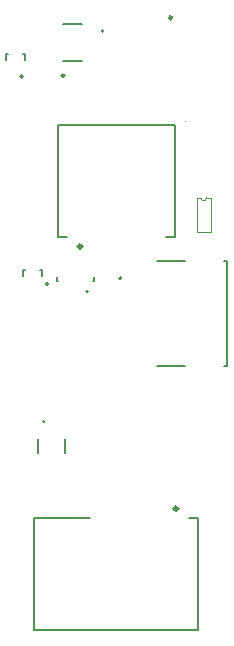
<source format=gbr>
%TF.GenerationSoftware,Altium Limited,Altium Designer,24.6.1 (21)*%
G04 Layer_Color=32896*
%FSLAX45Y45*%
%MOMM*%
%TF.SameCoordinates,189501FC-2F9B-42A0-9727-E85274D5E768*%
%TF.FilePolarity,Positive*%
%TF.FileFunction,Legend,Bot*%
%TF.Part,Single*%
G01*
G75*
%TA.AperFunction,NonConductor*%
%ADD56C,0.20000*%
%ADD57C,0.10000*%
%ADD58C,0.25400*%
%ADD59C,0.12700*%
%ADD60C,0.15000*%
%ADD61C,0.30000*%
D56*
X687500Y2690200D02*
G03*
X687500Y2690200I-10000J0D01*
G01*
X820500Y4894500D02*
G03*
X820500Y4894500I-10000J0D01*
G01*
X970500Y2802500D02*
G03*
X970500Y2802500I-10000J0D01*
G01*
X350000Y2752500D02*
G03*
X350000Y2752500I-10000J0D01*
G01*
X135000Y4510000D02*
G03*
X135000Y4510000I-10000J0D01*
G01*
D57*
X1643750Y3482500D02*
G03*
X1691250Y3482500I23750J0D01*
G01*
X1510000Y4127500D02*
G03*
X1510000Y4127500I-5000J0D01*
G01*
X1610200Y3197500D02*
X1724000D01*
X1610200Y3411250D02*
Y3482500D01*
Y3197500D02*
Y3268750D01*
X1724000Y3197500D02*
Y3482500D01*
X1610200Y3268750D02*
Y3411250D01*
X1610000Y3482500D02*
X1643750D01*
X1691250D02*
X1724000D01*
D58*
X1397500Y5007500D02*
G03*
X1397500Y5007500I-12500J0D01*
G01*
X486319Y4516480D02*
G03*
X486319Y4516480I-11359J0D01*
G01*
D59*
X729500Y2775000D02*
X735000D01*
X425000D02*
X430500D01*
X425000D02*
Y2815000D01*
X735000Y2775000D02*
Y2815000D01*
X473750Y4956500D02*
X636250D01*
X473750Y4643500D02*
X636250D01*
X261100Y1318500D02*
Y1444500D01*
X493900Y1318500D02*
Y1444500D01*
X230000Y-175000D02*
Y775000D01*
Y-175000D02*
X1620001D01*
X230000Y775000D02*
X705001D01*
X1545001D02*
X1620001D01*
Y-175000D02*
Y775000D01*
X1273500Y2949500D02*
X1510500D01*
X1834500D02*
X1867500D01*
X1273500Y2055500D02*
X1510500D01*
X1834500D02*
X1867500D01*
Y2949500D01*
X136250Y2871250D02*
X154250D01*
X278250D02*
X296250D01*
Y2823950D02*
Y2871250D01*
X136250Y2823950D02*
Y2871250D01*
X-5000Y4652700D02*
Y4700000D01*
X155000Y4652700D02*
Y4700000D01*
X137000D02*
X155000D01*
X-5000D02*
X13000D01*
X1420000Y3147500D02*
Y4097500D01*
X430000Y3147500D02*
Y4097500D01*
X1420000D01*
X430000Y3147500D02*
X505000D01*
X1345000D02*
X1420000D01*
D60*
X320000Y1585500D02*
G03*
X320000Y1585500I-7500J0D01*
G01*
D61*
X1447401Y851200D02*
G03*
X1447401Y851200I-15000J0D01*
G01*
X632600Y3071300D02*
G03*
X632600Y3071300I-15000J0D01*
G01*
%TF.MD5,7110489b924fc91e17fee9f8c5ceafb4*%
M02*

</source>
